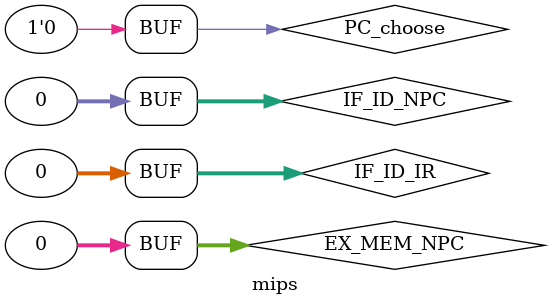
<source format=v>

module mips();
    // Declare the major registers.
    reg [31:0] IF_ID_IR, IF_ID_NPC, EX_MEM_NPC;
    reg PC_choose;

    // Initialize the things.
    assign IF_ID_IR   = 32'h0;
    assign IF_ID_NPC  = 32'h0;
    assign EX_MEM_NPC = 32'h0;
    assign PC_choose  =  1'b0;


endmodule

</source>
